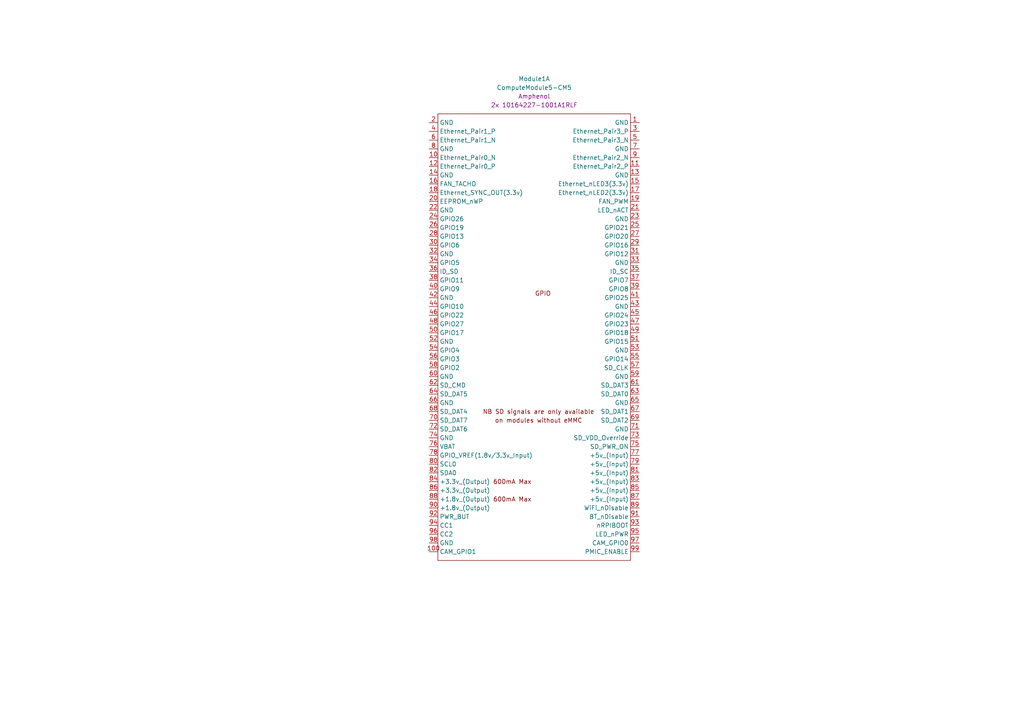
<source format=kicad_sch>
(kicad_sch (version 20250114) (generator "eeschema") (generator_version "9.0")
  (paper "A4")
  (lib_symbols
    (symbol "CM5IO:ComputeModule5-CM5"
      (property "Reference" "Module" (at 113.03 -68.58 0))
      (property "Value" "ComputeModule5-CM5" (at 140.97 2.54 0))
      (property "Field4" "Amphenol" (at 0 0 0))
      (property "Field5" "2x 10164227-1001A1RLF" (at 0 -2.54 0))
      (symbol "ComputeModule5-CM5_1_0"
        (text "GPIO" (at 0 6.35 0) (effects (font (size 1.27 1.27))))
      )
      (symbol "ComputeModule5-CM5_1_1"
        (rectangle (start -30.48 -71.12) (end 25.4 58.42))
        (text "600mA Max" (at -8.89 -48.26 0) (effects (font (size 1.27 1.27))))
        (text "600mA Max" (at -8.89 -53.34 0) (effects (font (size 1.27 1.27))))
        (text "NB SD signals are only available" (at -1.27 -27.94 0) (effects (font (size 1.27 1.27))))
        (text "on modules without eMMC" (at -1.27 -30.48 0) (effects (font (size 1.27 1.27))))
        (pin power_in line (at -33.02 55.88 0) (length 2.54) (name "GND") (number "2"))
        (pin passive line (at -33.02 53.34 0) (length 2.54) (name "Ethernet_Pair1_P") (number "4"))
        (pin passive line (at -33.02 50.8 0) (length 2.54) (name "Ethernet_Pair1_N") (number "6"))
        (pin power_in line (at -33.02 48.26 0) (length 2.54) (name "GND") (number "8"))
        (pin passive line (at -33.02 45.72 0) (length 2.54) (name "Ethernet_Pair0_N") (number "10"))
        (pin passive line (at -33.02 43.18 0) (length 2.54) (name "Ethernet_Pair0_P") (number "12"))
        (pin power_in line (at -33.02 40.64 0) (length 2.54) (name "GND") (number "14"))
        (pin input line (at -33.02 38.1 0) (length 2.54) (name "FAN_TACHO") (number "16"))
        (pin input line (at -33.02 35.56 0) (length 2.54) (name "Ethernet_SYNC_OUT(3.3v)") (number "18"))
        (pin passive line (at -33.02 33.02 0) (length 2.54) (name "EEPROM_nWP") (number "20"))
        (pin power_in line (at -33.02 30.48 0) (length 2.54) (name "GND") (number "22"))
        (pin passive line (at -33.02 27.94 0) (length 2.54) (name "GPIO26") (number "24"))
        (pin passive line (at -33.02 25.4 0) (length 2.54) (name "GPIO19") (number "26"))
        (pin passive line (at -33.02 22.86 0) (length 2.54) (name "GPIO13") (number "28"))
        (pin passive line (at -33.02 20.32 0) (length 2.54) (name "GPIO6") (number "30"))
        (pin power_in line (at -33.02 17.78 0) (length 2.54) (name "GND") (number "32"))
        (pin passive line (at -33.02 15.24 0) (length 2.54) (name "GPIO5") (number "34"))
        (pin passive line (at -33.02 12.7 0) (length 2.54) (name "ID_SD") (number "36"))
        (pin passive line (at -33.02 10.16 0) (length 2.54) (name "GPIO11") (number "38"))
        (pin passive line (at -33.02 7.62 0) (length 2.54) (name "GPIO9") (number "40"))
        (pin power_in line (at -33.02 5.08 0) (length 2.54) (name "GND") (number "42"))
        (pin passive line (at -33.02 2.54 0) (length 2.54) (name "GPIO10") (number "44"))
        (pin passive line (at -33.02 0 0) (length 2.54) (name "GPIO22") (number "46"))
        (pin passive line (at -33.02 -2.54 0) (length 2.54) (name "GPIO27") (number "48"))
        (pin passive line (at -33.02 -5.08 0) (length 2.54) (name "GPIO17") (number "50"))
        (pin power_in line (at -33.02 -7.62 0) (length 2.54) (name "GND") (number "52"))
        (pin passive line (at -33.02 -10.16 0) (length 2.54) (name "GPIO4") (number "54"))
        (pin passive line (at -33.02 -12.7 0) (length 2.54) (name "GPIO3") (number "56"))
        (pin passive line (at -33.02 -15.24 0) (length 2.54) (name "GPIO2") (number "58"))
        (pin power_in line (at -33.02 -17.78 0) (length 2.54) (name "GND") (number "60"))
        (pin passive line (at -33.02 -20.32 0) (length 2.54) (name "SD_CMD") (number "62"))
        (pin passive line (at -33.02 -22.86 0) (length 2.54) (name "SD_DAT5") (number "64"))
        (pin power_in line (at -33.02 -25.4 0) (length 2.54) (name "GND") (number "66"))
        (pin passive line (at -33.02 -27.94 0) (length 2.54) (name "SD_DAT4") (number "68"))
        (pin passive line (at -33.02 -30.48 0) (length 2.54) (name "SD_DAT7") (number "70"))
        (pin passive line (at -33.02 -33.02 0) (length 2.54) (name "SD_DAT6") (number "72"))
        (pin power_in line (at -33.02 -35.56 0) (length 2.54) (name "GND") (number "74"))
        (pin passive line (at -33.02 -38.1 0) (length 2.54) (name "VBAT") (number "76"))
        (pin power_in line (at -33.02 -40.64 0) (length 2.54) (name "GPIO_VREF(1.8v/3.3v_Input)") (number "78"))
        (pin passive line (at -33.02 -43.18 0) (length 2.54) (name "SCL0") (number "80"))
        (pin passive line (at -33.02 -45.72 0) (length 2.54) (name "SDA0") (number "82"))
        (pin power_out line (at -33.02 -48.26 0) (length 2.54) (name "+3.3v_(Output)") (number "84"))
        (pin passive line (at -33.02 -50.8 0) (length 2.54) (name "+3.3v_(Output)") (number "86"))
        (pin power_out line (at -33.02 -53.34 0) (length 2.54) (name "+1.8v_(Output)") (number "88"))
        (pin passive line (at -33.02 -55.88 0) (length 2.54) (name "+1.8v_(Output)") (number "90"))
        (pin passive line (at -33.02 -58.42 0) (length 2.54) (name "PWR_BUT") (number "92"))
        (pin passive line (at -33.02 -60.96 0) (length 2.54) (name "CC1") (number "94"))
        (pin passive line (at -33.02 -63.5 0) (length 2.54) (name "CC2") (number "96"))
        (pin power_in line (at -33.02 -66.04 0) (length 2.54) (name "GND") (number "98"))
        (pin passive line (at -33.02 -68.58 0) (length 2.54) (name "CAM_GPIO1") (number "100"))
        (pin power_in line (at 27.94 55.88 180) (length 2.54) (name "GND") (number "1"))
        (pin passive line (at 27.94 53.34 180) (length 2.54) (name "Ethernet_Pair3_P") (number "3"))
        (pin passive line (at 27.94 50.8 180) (length 2.54) (name "Ethernet_Pair3_N") (number "5"))
        (pin power_in line (at 27.94 48.26 180) (length 2.54) (name "GND") (number "7"))
        (pin passive line (at 27.94 45.72 180) (length 2.54) (name "Ethernet_Pair2_N") (number "9"))
        (pin passive line (at 27.94 43.18 180) (length 2.54) (name "Ethernet_Pair2_P") (number "11"))
        (pin power_in line (at 27.94 40.64 180) (length 2.54) (name "GND") (number "13"))
        (pin output line (at 27.94 38.1 180) (length 2.54) (name "Ethernet_nLED3(3.3v)") (number "15"))
        (pin output line (at 27.94 35.56 180) (length 2.54) (name "Ethernet_nLED2(3.3v)") (number "17"))
        (pin output line (at 27.94 33.02 180) (length 2.54) (name "FAN_PWM") (number "19"))
        (pin open_collector line (at 27.94 30.48 180) (length 2.54) (name "LED_nACT") (number "21"))
        (pin power_in line (at 27.94 27.94 180) (length 2.54) (name "GND") (number "23"))
        (pin passive line (at 27.94 25.4 180) (length 2.54) (name "GPIO21") (number "25"))
        (pin passive line (at 27.94 22.86 180) (length 2.54) (name "GPIO20") (number "27"))
        (pin passive line (at 27.94 20.32 180) (length 2.54) (name "GPIO16") (number "29"))
        (pin passive line (at 27.94 17.78 180) (length 2.54) (name "GPIO12") (number "31"))
        (pin power_in line (at 27.94 15.24 180) (length 2.54) (name "GND") (number "33"))
        (pin passive line (at 27.94 12.7 180) (length 2.54) (name "ID_SC") (number "35"))
        (pin passive line (at 27.94 10.16 180) (length 2.54) (name "GPIO7") (number "37"))
        (pin passive line (at 27.94 7.62 180) (length 2.54) (name "GPIO8") (number "39"))
        (pin passive line (at 27.94 5.08 180) (length 2.54) (name "GPIO25") (number "41"))
        (pin power_in line (at 27.94 2.54 180) (length 2.54) (name "GND") (number "43"))
        (pin passive line (at 27.94 0 180) (length 2.54) (name "GPIO24") (number "45"))
        (pin passive line (at 27.94 -2.54 180) (length 2.54) (name "GPIO23") (number "47"))
        (pin passive line (at 27.94 -5.08 180) (length 2.54) (name "GPIO18") (number "49"))
        (pin passive line (at 27.94 -7.62 180) (length 2.54) (name "GPIO15") (number "51"))
        (pin power_in line (at 27.94 -10.16 180) (length 2.54) (name "GND") (number "53"))
        (pin passive line (at 27.94 -12.7 180) (length 2.54) (name "GPIO14") (number "55"))
        (pin passive line (at 27.94 -15.24 180) (length 2.54) (name "SD_CLK") (number "57"))
        (pin power_in line (at 27.94 -17.78 180) (length 2.54) (name "GND") (number "59"))
        (pin passive line (at 27.94 -20.32 180) (length 2.54) (name "SD_DAT3") (number "61"))
        (pin passive line (at 27.94 -22.86 180) (length 2.54) (name "SD_DAT0") (number "63"))
        (pin power_in line (at 27.94 -25.4 180) (length 2.54) (name "GND") (number "65"))
        (pin passive line (at 27.94 -27.94 180) (length 2.54) (name "SD_DAT1") (number "67"))
        (pin passive line (at 27.94 -30.48 180) (length 2.54) (name "SD_DAT2") (number "69"))
        (pin power_in line (at 27.94 -33.02 180) (length 2.54) (name "GND") (number "71"))
        (pin input line (at 27.94 -35.56 180) (length 2.54) (name "SD_VDD_Override") (number "73"))
        (pin output line (at 27.94 -38.1 180) (length 2.54) (name "SD_PWR_ON") (number "75"))
        (pin power_in line (at 27.94 -40.64 180) (length 2.54) (name "+5v_(Input)") (number "77"))
        (pin power_in line (at 27.94 -43.18 180) (length 2.54) (name "+5v_(Input)") (number "79"))
        (pin power_in line (at 27.94 -45.72 180) (length 2.54) (name "+5v_(Input)") (number "81"))
        (pin power_in line (at 27.94 -48.26 180) (length 2.54) (name "+5v_(Input)") (number "83"))
        (pin power_in line (at 27.94 -50.8 180) (length 2.54) (name "+5v_(Input)") (number "85"))
        (pin power_in line (at 27.94 -53.34 180) (length 2.54) (name "+5v_(Input)") (number "87"))
        (pin input line (at 27.94 -55.88 180) (length 2.54) (name "WiFi_nDisable") (number "89"))
        (pin input line (at 27.94 -58.42 180) (length 2.54) (name "BT_nDisable") (number "91"))
        (pin input line (at 27.94 -60.96 180) (length 2.54) (name "nRPIBOOT") (number "93"))
        (pin output line (at 27.94 -63.5 180) (length 2.54) (name "LED_nPWR") (number "95"))
        (pin passive line (at 27.94 -66.04 180) (length 2.54) (name "CAM_GPIO0") (number "97"))
        (pin input line (at 27.94 -68.58 180) (length 2.54) (name "PMIC_ENABLE") (number "99"))
      )
      (symbol "ComputeModule5-CM5_2_1"
        (rectangle (start 114.3 -66.04) (end 165.1 63.5))
        (text "High Speed Serial" (at 140.97 0 0) (effects (font (size 1.27 1.27))))
        (pin input line (at 109.22 60.96 0) (length 5.08) (name "PCIe_nCLKREQ") (number "102"))
        (pin input line (at 109.22 58.42 0) (length 5.08) (name "PCIE_nWAKE") (number "104"))
        (pin output line (at 109.22 55.88 0) (length 5.08) (name "PCIE_PWR_EN") (number "106"))
        (pin power_in line (at 109.22 53.34 0) (length 5.08) (name "GND") (number "108"))
        (pin output line (at 109.22 50.8 0) (length 5.08) (name "PCIe_CLK_P") (number "110"))
        (pin output line (at 109.22 48.26 0) (length 5.08) (name "PCIe_CLK_N") (number "112"))
        (pin power_in line (at 109.22 45.72 0) (length 5.08) (name "GND") (number "114"))
        (pin input line (at 109.22 43.18 0) (length 5.08) (name "PCIe_RX_P") (number "116"))
        (pin input line (at 109.22 40.64 0) (length 5.08) (name "PCIe_RX_N") (number "118"))
        (pin power_in line (at 109.22 38.1 0) (length 5.08) (name "GND") (number "120"))
        (pin output line (at 109.22 35.56 0) (length 5.08) (name "PCIe_TX_P") (number "122"))
        (pin output line (at 109.22 33.02 0) (length 5.08) (name "PCIe_TX_N") (number "124"))
        (pin power_in line (at 109.22 30.48 0) (length 5.08) (name "GND") (number "126"))
        (pin input line (at 109.22 27.94 0) (length 5.08) (name "USB3-0-RX_N") (number "128"))
        (pin input line (at 109.22 25.4 0) (length 5.08) (name "USB3-0-RX_P") (number "130"))
        (pin power_in line (at 109.22 22.86 0) (length 5.08) (name "GND") (number "132"))
        (pin passive line (at 109.22 20.32 0) (length 5.08) (name "USB3-0-D_P") (number "134"))
        (pin passive line (at 109.22 17.78 0) (length 5.08) (name "USB3-0-D_N") (number "136"))
        (pin power_in line (at 109.22 15.24 0) (length 5.08) (name "GND") (number "138"))
        (pin output line (at 109.22 12.7 0) (length 5.08) (name "USB3-0-TX_N") (number "140"))
        (pin output line (at 109.22 10.16 0) (length 5.08) (name "USB3-0-TX_P") (number "142"))
        (pin power_in line (at 109.22 7.62 0) (length 5.08) (name "GND") (number "144"))
        (pin output line (at 109.22 5.08 0) (length 5.08) (name "HDMI1_TX2_P") (number "146"))
        (pin output line (at 109.22 2.54 0) (length 5.08) (name "HDMI1_TX2_N") (number "148"))
        (pin power_in line (at 109.22 0 0) (length 5.08) (name "GND") (number "150"))
        (pin output line (at 109.22 -2.54 0) (length 5.08) (name "HDMI1_TX1_P") (number "152"))
        (pin output line (at 109.22 -5.08 0) (length 5.08) (name "HDMI1_TX1_N") (number "154"))
        (pin power_in line (at 109.22 -7.62 0) (length 5.08) (name "GND") (number "156"))
        (pin output line (at 109.22 -10.16 0) (length 5.08) (name "HDMI1_TX0_P") (number "158"))
        (pin output line (at 109.22 -12.7 0) (length 5.08) (name "HDMI1_TX0_N") (number "160"))
        (pin power_in line (at 109.22 -15.24 0) (length 5.08) (name "GND") (number "162"))
        (pin output line (at 109.22 -17.78 0) (length 5.08) (name "HDMI1_CLK_P") (number "164"))
        (pin output line (at 109.22 -20.32 0) (length 5.08) (name "HDMI1_CLK_N") (number "166"))
        (pin power_in line (at 109.22 -22.86 0) (length 5.08) (name "GND") (number "168"))
        (pin output line (at 109.22 -25.4 0) (length 5.08) (name "HDMI0_TX2_P") (number "170"))
        (pin output line (at 109.22 -27.94 0) (length 5.08) (name "HDMI0_TX2_N") (number "172"))
        (pin power_in line (at 109.22 -30.48 0) (length 5.08) (name "GND") (number "174"))
        (pin output line (at 109.22 -33.02 0) (length 5.08) (name "HDMI0_TX1_P") (number "176"))
        (pin output line (at 109.22 -35.56 0) (length 5.08) (name "HDMI0_TX1_N") (number "178"))
        (pin power_in line (at 109.22 -38.1 0) (length 5.08) (name "GND") (number "180"))
        (pin output line (at 109.22 -40.64 0) (length 5.08) (name "HDMI0_TX0_P") (number "182"))
        (pin output line (at 109.22 -43.18 0) (length 5.08) (name "HDMI0_TX0_N") (number "184"))
        (pin power_in line (at 109.22 -45.72 0) (length 5.08) (name "GND") (number "186"))
        (pin output line (at 109.22 -48.26 0) (length 5.08) (name "HDMI0_CLK_P") (number "188"))
        (pin output line (at 109.22 -50.8 0) (length 5.08) (name "HDMI0_CLK_N") (number "190"))
        (pin power_in line (at 109.22 -53.34 0) (length 5.08) (name "GND") (number "192"))
        (pin output line (at 109.22 -55.88 0) (length 5.08) (name "MIPI1_D3_N") (number "194"))
        (pin output line (at 109.22 -58.42 0) (length 5.08) (name "MIPI1_D3_P") (number "196"))
        (pin power_in line (at 109.22 -60.96 0) (length 5.08) (name "GND") (number "198"))
        (pin open_collector line (at 109.22 -63.5 0) (length 5.08) (name "HDMI0_SCL") (number "200"))
        (pin input line (at 170.18 60.96 180) (length 5.08) (name "USB_OTG_ID") (number "101"))
        (pin passive line (at 170.18 58.42 180) (length 5.08) (name "USB2_N") (number "103"))
        (pin passive line (at 170.18 55.88 180) (length 5.08) (name "USB2_P") (number "105"))
        (pin power_in line (at 170.18 53.34 180) (length 5.08) (name "GND") (number "107"))
        (pin output line (at 170.18 50.8 180) (length 5.08) (name "PCIe_nRST") (number "109"))
        (pin output line (at 170.18 48.26 180) (length 5.08) (name "VBUS_EN") (number "111"))
        (pin power_in line (at 170.18 45.72 180) (length 5.08) (name "GND") (number "113"))
        (pin input line (at 170.18 43.18 180) (length 5.08) (name "MIPI0_D0_N") (number "115"))
        (pin input line (at 170.18 40.64 180) (length 5.08) (name "MIPI0_D0_P") (number "117"))
        (pin power_in line (at 170.18 38.1 180) (length 5.08) (name "GND") (number "119"))
        (pin input line (at 170.18 35.56 180) (length 5.08) (name "MIPI0_D1_N") (number "121"))
        (pin input line (at 170.18 33.02 180) (length 5.08) (name "MIPI0_D1_P") (number "123"))
        (pin power_in line (at 170.18 30.48 180) (length 5.08) (name "GND") (number "125"))
        (pin input line (at 170.18 27.94 180) (length 5.08) (name "MIPI0_C_N") (number "127"))
        (pin input line (at 170.18 25.4 180) (length 5.08) (name "MIPI0_C_P") (number "129"))
        (pin power_in line (at 170.18 22.86 180) (length 5.08) (name "GND") (number "131"))
        (pin input line (at 170.18 20.32 180) (length 5.08) (name "MIPI0_D2_N") (number "133"))
        (pin input line (at 170.18 17.78 180) (length 5.08) (name "MIPI0_D2_P") (number "135"))
        (pin power_in line (at 170.18 15.24 180) (length 5.08) (name "GND") (number "137"))
        (pin input line (at 170.18 12.7 180) (length 5.08) (name "MIPI0_D3_N") (number "139"))
        (pin input line (at 170.18 10.16 180) (length 5.08) (name "MIPI0_D3_P") (number "141"))
        (pin input line (at 170.18 7.62 180) (length 5.08) (name "HDMI1_HOTPLUG") (number "143"))
        (pin bidirectional line (at 170.18 5.08 180) (length 5.08) (name "HDMI1_SDA") (number "145"))
        (pin open_collector line (at 170.18 2.54 180) (length 5.08) (name "HDMI1_SCL") (number "147"))
        (pin open_collector line (at 170.18 0 180) (length 5.08) (name "HDMI1_CEC") (number "149"))
        (pin open_collector line (at 170.18 -2.54 180) (length 5.08) (name "HDMI0_CEC") (number "151"))
        (pin input line (at 170.18 -5.08 180) (length 5.08) (name "HDMI0_HOTPLUG") (number "153"))
        (pin power_in line (at 170.18 -7.62 180) (length 5.08) (name "GND") (number "155"))
        (pin input line (at 170.18 -10.16 180) (length 5.08) (name "USB3-1-RX_N") (number "157"))
        (pin input line (at 170.18 -12.7 180) (length 5.08) (name "USB3-1-RX_P") (number "159"))
        (pin power_in line (at 170.18 -15.24 180) (length 5.08) (name "GND") (number "161"))
        (pin passive line (at 170.18 -17.78 180) (length 5.08) (name "USB3-1-D_P") (number "163"))
        (pin passive line (at 170.18 -20.32 180) (length 5.08) (name "USB3-1-D_N") (number "165"))
        (pin power_in line (at 170.18 -22.86 180) (length 5.08) (name "GND") (number "167"))
        (pin output line (at 170.18 -25.4 180) (length 5.08) (name "USB3-1-TX_N") (number "169"))
        (pin output line (at 170.18 -27.94 180) (length 5.08) (name "USB3-1-TX_P") (number "171"))
        (pin power_in line (at 170.18 -30.48 180) (length 5.08) (name "GND") (number "173"))
        (pin output line (at 170.18 -33.02 180) (length 5.08) (name "MIPI1_D0_N") (number "175"))
        (pin output line (at 170.18 -35.56 180) (length 5.08) (name "MIPI1_D0_P") (number "177"))
        (pin power_in line (at 170.18 -38.1 180) (length 5.08) (name "GND") (number "179"))
        (pin output line (at 170.18 -40.64 180) (length 5.08) (name "MIPI1_D1_N") (number "181"))
        (pin output line (at 170.18 -43.18 180) (length 5.08) (name "MIPI1_D1_P") (number "183"))
        (pin power_in line (at 170.18 -45.72 180) (length 5.08) (name "GND") (number "185"))
        (pin output line (at 170.18 -48.26 180) (length 5.08) (name "MIPI1_C_N") (number "187"))
        (pin output line (at 170.18 -50.8 180) (length 5.08) (name "MIPI1_C_P") (number "189"))
        (pin power_in line (at 170.18 -53.34 180) (length 5.08) (name "GND") (number "191"))
        (pin output line (at 170.18 -55.88 180) (length 5.08) (name "MIPI1_D2_N") (number "193"))
        (pin output line (at 170.18 -58.42 180) (length 5.08) (name "MIPI1_D2_P") (number "195"))
        (pin power_in line (at 170.18 -60.96 180) (length 5.08) (name "GND") (number "197"))
        (pin bidirectional line (at 170.18 -63.5 180) (length 5.08) (name "HDMI0_SDA") (number "199"))
      )
    )
  )
  (symbol (lib_id "CM5IO:ComputeModule5-CM5") (at 157.48 91.44 0) (unit 1)
    (property "Reference" "Module1" (at 154.94 22.86 0))
    (property "Value" "ComputeModule5-CM5" (at 154.94 25.4 0))
    (property "Footprint" "CM5IO:Raspberry-Pi-5-Compute-Module" (effects (hide yes)))
    (property "Description" "RaspberryPi Compute module 5" (effects (hide yes)))
    (property "Field4" "Amphenol" (at 154.94 27.94 0))
    (property "Field5" "2x 10164227-1001A1RLF" (at 154.94 30.48 0))
  )
)
</source>
